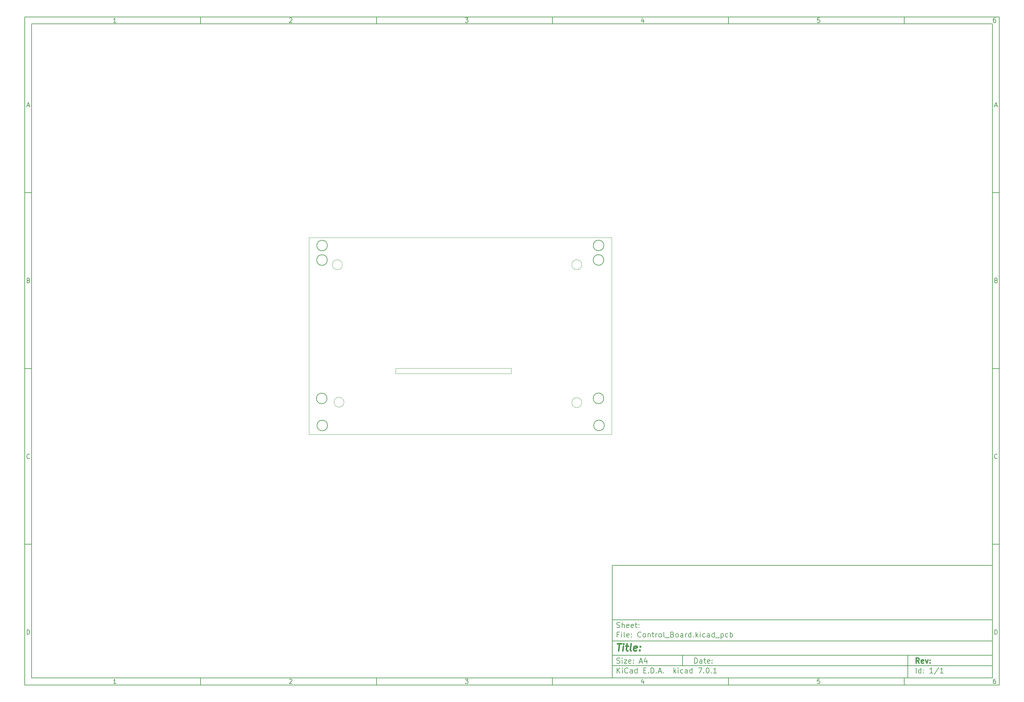
<source format=gbr>
%TF.GenerationSoftware,KiCad,Pcbnew,7.0.1*%
%TF.CreationDate,2023-09-27T13:27:15+00:00*%
%TF.ProjectId,Control_Board,436f6e74-726f-46c5-9f42-6f6172642e6b,rev?*%
%TF.SameCoordinates,Original*%
%TF.FileFunction,Profile,NP*%
%FSLAX45Y45*%
G04 Gerber Fmt 4.5, Leading zero omitted, Abs format (unit mm)*
G04 Created by KiCad (PCBNEW 7.0.1) date 2023-09-27 13:27:15*
%MOMM*%
%LPD*%
G01*
G04 APERTURE LIST*
%ADD10C,0.100000*%
%ADD11C,0.150000*%
%ADD12C,0.300000*%
%ADD13C,0.400000*%
%TA.AperFunction,Profile*%
%ADD14C,0.200000*%
%TD*%
%TA.AperFunction,Profile*%
%ADD15C,0.100000*%
%TD*%
G04 APERTURE END LIST*
D10*
D11*
X17700220Y-16600720D02*
X28500220Y-16600720D01*
X28500220Y-19800720D01*
X17700220Y-19800720D01*
X17700220Y-16600720D01*
D10*
D11*
X1000000Y-1000000D02*
X28700220Y-1000000D01*
X28700220Y-20000720D01*
X1000000Y-20000720D01*
X1000000Y-1000000D01*
D10*
D11*
X1200000Y-1200000D02*
X28500220Y-1200000D01*
X28500220Y-19800720D01*
X1200000Y-19800720D01*
X1200000Y-1200000D01*
D10*
D11*
X6000000Y-1200000D02*
X6000000Y-1000000D01*
D10*
D11*
X11000000Y-1200000D02*
X11000000Y-1000000D01*
D10*
D11*
X16000000Y-1200000D02*
X16000000Y-1000000D01*
D10*
D11*
X21000000Y-1200000D02*
X21000000Y-1000000D01*
D10*
D11*
X26000000Y-1200000D02*
X26000000Y-1000000D01*
D10*
D11*
X3599048Y-1160140D02*
X3524762Y-1160140D01*
X3561905Y-1160140D02*
X3561905Y-1030140D01*
X3561905Y-1030140D02*
X3549524Y-1048712D01*
X3549524Y-1048712D02*
X3537143Y-1061093D01*
X3537143Y-1061093D02*
X3524762Y-1067283D01*
D10*
D11*
X8524762Y-1042521D02*
X8530952Y-1036331D01*
X8530952Y-1036331D02*
X8543333Y-1030140D01*
X8543333Y-1030140D02*
X8574286Y-1030140D01*
X8574286Y-1030140D02*
X8586667Y-1036331D01*
X8586667Y-1036331D02*
X8592857Y-1042521D01*
X8592857Y-1042521D02*
X8599048Y-1054902D01*
X8599048Y-1054902D02*
X8599048Y-1067283D01*
X8599048Y-1067283D02*
X8592857Y-1085855D01*
X8592857Y-1085855D02*
X8518571Y-1160140D01*
X8518571Y-1160140D02*
X8599048Y-1160140D01*
D10*
D11*
X13518571Y-1030140D02*
X13599048Y-1030140D01*
X13599048Y-1030140D02*
X13555714Y-1079664D01*
X13555714Y-1079664D02*
X13574286Y-1079664D01*
X13574286Y-1079664D02*
X13586667Y-1085855D01*
X13586667Y-1085855D02*
X13592857Y-1092045D01*
X13592857Y-1092045D02*
X13599048Y-1104426D01*
X13599048Y-1104426D02*
X13599048Y-1135379D01*
X13599048Y-1135379D02*
X13592857Y-1147760D01*
X13592857Y-1147760D02*
X13586667Y-1153950D01*
X13586667Y-1153950D02*
X13574286Y-1160140D01*
X13574286Y-1160140D02*
X13537143Y-1160140D01*
X13537143Y-1160140D02*
X13524762Y-1153950D01*
X13524762Y-1153950D02*
X13518571Y-1147760D01*
D10*
D11*
X18586667Y-1073474D02*
X18586667Y-1160140D01*
X18555714Y-1023950D02*
X18524762Y-1116807D01*
X18524762Y-1116807D02*
X18605238Y-1116807D01*
D10*
D11*
X23592857Y-1030140D02*
X23530952Y-1030140D01*
X23530952Y-1030140D02*
X23524762Y-1092045D01*
X23524762Y-1092045D02*
X23530952Y-1085855D01*
X23530952Y-1085855D02*
X23543333Y-1079664D01*
X23543333Y-1079664D02*
X23574286Y-1079664D01*
X23574286Y-1079664D02*
X23586667Y-1085855D01*
X23586667Y-1085855D02*
X23592857Y-1092045D01*
X23592857Y-1092045D02*
X23599048Y-1104426D01*
X23599048Y-1104426D02*
X23599048Y-1135379D01*
X23599048Y-1135379D02*
X23592857Y-1147760D01*
X23592857Y-1147760D02*
X23586667Y-1153950D01*
X23586667Y-1153950D02*
X23574286Y-1160140D01*
X23574286Y-1160140D02*
X23543333Y-1160140D01*
X23543333Y-1160140D02*
X23530952Y-1153950D01*
X23530952Y-1153950D02*
X23524762Y-1147760D01*
D10*
D11*
X28586667Y-1030140D02*
X28561905Y-1030140D01*
X28561905Y-1030140D02*
X28549524Y-1036331D01*
X28549524Y-1036331D02*
X28543333Y-1042521D01*
X28543333Y-1042521D02*
X28530952Y-1061093D01*
X28530952Y-1061093D02*
X28524762Y-1085855D01*
X28524762Y-1085855D02*
X28524762Y-1135379D01*
X28524762Y-1135379D02*
X28530952Y-1147760D01*
X28530952Y-1147760D02*
X28537143Y-1153950D01*
X28537143Y-1153950D02*
X28549524Y-1160140D01*
X28549524Y-1160140D02*
X28574286Y-1160140D01*
X28574286Y-1160140D02*
X28586667Y-1153950D01*
X28586667Y-1153950D02*
X28592857Y-1147760D01*
X28592857Y-1147760D02*
X28599048Y-1135379D01*
X28599048Y-1135379D02*
X28599048Y-1104426D01*
X28599048Y-1104426D02*
X28592857Y-1092045D01*
X28592857Y-1092045D02*
X28586667Y-1085855D01*
X28586667Y-1085855D02*
X28574286Y-1079664D01*
X28574286Y-1079664D02*
X28549524Y-1079664D01*
X28549524Y-1079664D02*
X28537143Y-1085855D01*
X28537143Y-1085855D02*
X28530952Y-1092045D01*
X28530952Y-1092045D02*
X28524762Y-1104426D01*
D10*
D11*
X6000000Y-19800720D02*
X6000000Y-20000720D01*
D10*
D11*
X11000000Y-19800720D02*
X11000000Y-20000720D01*
D10*
D11*
X16000000Y-19800720D02*
X16000000Y-20000720D01*
D10*
D11*
X21000000Y-19800720D02*
X21000000Y-20000720D01*
D10*
D11*
X26000000Y-19800720D02*
X26000000Y-20000720D01*
D10*
D11*
X3599048Y-19960860D02*
X3524762Y-19960860D01*
X3561905Y-19960860D02*
X3561905Y-19830860D01*
X3561905Y-19830860D02*
X3549524Y-19849432D01*
X3549524Y-19849432D02*
X3537143Y-19861813D01*
X3537143Y-19861813D02*
X3524762Y-19868003D01*
D10*
D11*
X8524762Y-19843241D02*
X8530952Y-19837051D01*
X8530952Y-19837051D02*
X8543333Y-19830860D01*
X8543333Y-19830860D02*
X8574286Y-19830860D01*
X8574286Y-19830860D02*
X8586667Y-19837051D01*
X8586667Y-19837051D02*
X8592857Y-19843241D01*
X8592857Y-19843241D02*
X8599048Y-19855622D01*
X8599048Y-19855622D02*
X8599048Y-19868003D01*
X8599048Y-19868003D02*
X8592857Y-19886575D01*
X8592857Y-19886575D02*
X8518571Y-19960860D01*
X8518571Y-19960860D02*
X8599048Y-19960860D01*
D10*
D11*
X13518571Y-19830860D02*
X13599048Y-19830860D01*
X13599048Y-19830860D02*
X13555714Y-19880384D01*
X13555714Y-19880384D02*
X13574286Y-19880384D01*
X13574286Y-19880384D02*
X13586667Y-19886575D01*
X13586667Y-19886575D02*
X13592857Y-19892765D01*
X13592857Y-19892765D02*
X13599048Y-19905146D01*
X13599048Y-19905146D02*
X13599048Y-19936099D01*
X13599048Y-19936099D02*
X13592857Y-19948480D01*
X13592857Y-19948480D02*
X13586667Y-19954670D01*
X13586667Y-19954670D02*
X13574286Y-19960860D01*
X13574286Y-19960860D02*
X13537143Y-19960860D01*
X13537143Y-19960860D02*
X13524762Y-19954670D01*
X13524762Y-19954670D02*
X13518571Y-19948480D01*
D10*
D11*
X18586667Y-19874194D02*
X18586667Y-19960860D01*
X18555714Y-19824670D02*
X18524762Y-19917527D01*
X18524762Y-19917527D02*
X18605238Y-19917527D01*
D10*
D11*
X23592857Y-19830860D02*
X23530952Y-19830860D01*
X23530952Y-19830860D02*
X23524762Y-19892765D01*
X23524762Y-19892765D02*
X23530952Y-19886575D01*
X23530952Y-19886575D02*
X23543333Y-19880384D01*
X23543333Y-19880384D02*
X23574286Y-19880384D01*
X23574286Y-19880384D02*
X23586667Y-19886575D01*
X23586667Y-19886575D02*
X23592857Y-19892765D01*
X23592857Y-19892765D02*
X23599048Y-19905146D01*
X23599048Y-19905146D02*
X23599048Y-19936099D01*
X23599048Y-19936099D02*
X23592857Y-19948480D01*
X23592857Y-19948480D02*
X23586667Y-19954670D01*
X23586667Y-19954670D02*
X23574286Y-19960860D01*
X23574286Y-19960860D02*
X23543333Y-19960860D01*
X23543333Y-19960860D02*
X23530952Y-19954670D01*
X23530952Y-19954670D02*
X23524762Y-19948480D01*
D10*
D11*
X28586667Y-19830860D02*
X28561905Y-19830860D01*
X28561905Y-19830860D02*
X28549524Y-19837051D01*
X28549524Y-19837051D02*
X28543333Y-19843241D01*
X28543333Y-19843241D02*
X28530952Y-19861813D01*
X28530952Y-19861813D02*
X28524762Y-19886575D01*
X28524762Y-19886575D02*
X28524762Y-19936099D01*
X28524762Y-19936099D02*
X28530952Y-19948480D01*
X28530952Y-19948480D02*
X28537143Y-19954670D01*
X28537143Y-19954670D02*
X28549524Y-19960860D01*
X28549524Y-19960860D02*
X28574286Y-19960860D01*
X28574286Y-19960860D02*
X28586667Y-19954670D01*
X28586667Y-19954670D02*
X28592857Y-19948480D01*
X28592857Y-19948480D02*
X28599048Y-19936099D01*
X28599048Y-19936099D02*
X28599048Y-19905146D01*
X28599048Y-19905146D02*
X28592857Y-19892765D01*
X28592857Y-19892765D02*
X28586667Y-19886575D01*
X28586667Y-19886575D02*
X28574286Y-19880384D01*
X28574286Y-19880384D02*
X28549524Y-19880384D01*
X28549524Y-19880384D02*
X28537143Y-19886575D01*
X28537143Y-19886575D02*
X28530952Y-19892765D01*
X28530952Y-19892765D02*
X28524762Y-19905146D01*
D10*
D11*
X1000000Y-6000000D02*
X1200000Y-6000000D01*
D10*
D11*
X1000000Y-11000000D02*
X1200000Y-11000000D01*
D10*
D11*
X1000000Y-16000000D02*
X1200000Y-16000000D01*
D10*
D11*
X1069048Y-3522998D02*
X1130952Y-3522998D01*
X1056667Y-3560140D02*
X1100000Y-3430140D01*
X1100000Y-3430140D02*
X1143333Y-3560140D01*
D10*
D11*
X1109286Y-8492045D02*
X1127857Y-8498236D01*
X1127857Y-8498236D02*
X1134048Y-8504426D01*
X1134048Y-8504426D02*
X1140238Y-8516807D01*
X1140238Y-8516807D02*
X1140238Y-8535379D01*
X1140238Y-8535379D02*
X1134048Y-8547760D01*
X1134048Y-8547760D02*
X1127857Y-8553950D01*
X1127857Y-8553950D02*
X1115476Y-8560140D01*
X1115476Y-8560140D02*
X1065952Y-8560140D01*
X1065952Y-8560140D02*
X1065952Y-8430140D01*
X1065952Y-8430140D02*
X1109286Y-8430140D01*
X1109286Y-8430140D02*
X1121667Y-8436331D01*
X1121667Y-8436331D02*
X1127857Y-8442521D01*
X1127857Y-8442521D02*
X1134048Y-8454902D01*
X1134048Y-8454902D02*
X1134048Y-8467283D01*
X1134048Y-8467283D02*
X1127857Y-8479664D01*
X1127857Y-8479664D02*
X1121667Y-8485855D01*
X1121667Y-8485855D02*
X1109286Y-8492045D01*
X1109286Y-8492045D02*
X1065952Y-8492045D01*
D10*
D11*
X1140238Y-13547759D02*
X1134048Y-13553950D01*
X1134048Y-13553950D02*
X1115476Y-13560140D01*
X1115476Y-13560140D02*
X1103095Y-13560140D01*
X1103095Y-13560140D02*
X1084524Y-13553950D01*
X1084524Y-13553950D02*
X1072143Y-13541569D01*
X1072143Y-13541569D02*
X1065952Y-13529188D01*
X1065952Y-13529188D02*
X1059762Y-13504426D01*
X1059762Y-13504426D02*
X1059762Y-13485855D01*
X1059762Y-13485855D02*
X1065952Y-13461093D01*
X1065952Y-13461093D02*
X1072143Y-13448712D01*
X1072143Y-13448712D02*
X1084524Y-13436331D01*
X1084524Y-13436331D02*
X1103095Y-13430140D01*
X1103095Y-13430140D02*
X1115476Y-13430140D01*
X1115476Y-13430140D02*
X1134048Y-13436331D01*
X1134048Y-13436331D02*
X1140238Y-13442521D01*
D10*
D11*
X1065952Y-18560140D02*
X1065952Y-18430140D01*
X1065952Y-18430140D02*
X1096905Y-18430140D01*
X1096905Y-18430140D02*
X1115476Y-18436331D01*
X1115476Y-18436331D02*
X1127857Y-18448712D01*
X1127857Y-18448712D02*
X1134048Y-18461093D01*
X1134048Y-18461093D02*
X1140238Y-18485855D01*
X1140238Y-18485855D02*
X1140238Y-18504426D01*
X1140238Y-18504426D02*
X1134048Y-18529188D01*
X1134048Y-18529188D02*
X1127857Y-18541569D01*
X1127857Y-18541569D02*
X1115476Y-18553950D01*
X1115476Y-18553950D02*
X1096905Y-18560140D01*
X1096905Y-18560140D02*
X1065952Y-18560140D01*
D10*
D11*
X28700220Y-6000000D02*
X28500220Y-6000000D01*
D10*
D11*
X28700220Y-11000000D02*
X28500220Y-11000000D01*
D10*
D11*
X28700220Y-16000000D02*
X28500220Y-16000000D01*
D10*
D11*
X28569268Y-3522998D02*
X28631172Y-3522998D01*
X28556887Y-3560140D02*
X28600220Y-3430140D01*
X28600220Y-3430140D02*
X28643553Y-3560140D01*
D10*
D11*
X28609506Y-8492045D02*
X28628077Y-8498236D01*
X28628077Y-8498236D02*
X28634268Y-8504426D01*
X28634268Y-8504426D02*
X28640458Y-8516807D01*
X28640458Y-8516807D02*
X28640458Y-8535379D01*
X28640458Y-8535379D02*
X28634268Y-8547760D01*
X28634268Y-8547760D02*
X28628077Y-8553950D01*
X28628077Y-8553950D02*
X28615696Y-8560140D01*
X28615696Y-8560140D02*
X28566172Y-8560140D01*
X28566172Y-8560140D02*
X28566172Y-8430140D01*
X28566172Y-8430140D02*
X28609506Y-8430140D01*
X28609506Y-8430140D02*
X28621887Y-8436331D01*
X28621887Y-8436331D02*
X28628077Y-8442521D01*
X28628077Y-8442521D02*
X28634268Y-8454902D01*
X28634268Y-8454902D02*
X28634268Y-8467283D01*
X28634268Y-8467283D02*
X28628077Y-8479664D01*
X28628077Y-8479664D02*
X28621887Y-8485855D01*
X28621887Y-8485855D02*
X28609506Y-8492045D01*
X28609506Y-8492045D02*
X28566172Y-8492045D01*
D10*
D11*
X28640458Y-13547759D02*
X28634268Y-13553950D01*
X28634268Y-13553950D02*
X28615696Y-13560140D01*
X28615696Y-13560140D02*
X28603315Y-13560140D01*
X28603315Y-13560140D02*
X28584744Y-13553950D01*
X28584744Y-13553950D02*
X28572363Y-13541569D01*
X28572363Y-13541569D02*
X28566172Y-13529188D01*
X28566172Y-13529188D02*
X28559982Y-13504426D01*
X28559982Y-13504426D02*
X28559982Y-13485855D01*
X28559982Y-13485855D02*
X28566172Y-13461093D01*
X28566172Y-13461093D02*
X28572363Y-13448712D01*
X28572363Y-13448712D02*
X28584744Y-13436331D01*
X28584744Y-13436331D02*
X28603315Y-13430140D01*
X28603315Y-13430140D02*
X28615696Y-13430140D01*
X28615696Y-13430140D02*
X28634268Y-13436331D01*
X28634268Y-13436331D02*
X28640458Y-13442521D01*
D10*
D11*
X28566172Y-18560140D02*
X28566172Y-18430140D01*
X28566172Y-18430140D02*
X28597125Y-18430140D01*
X28597125Y-18430140D02*
X28615696Y-18436331D01*
X28615696Y-18436331D02*
X28628077Y-18448712D01*
X28628077Y-18448712D02*
X28634268Y-18461093D01*
X28634268Y-18461093D02*
X28640458Y-18485855D01*
X28640458Y-18485855D02*
X28640458Y-18504426D01*
X28640458Y-18504426D02*
X28634268Y-18529188D01*
X28634268Y-18529188D02*
X28628077Y-18541569D01*
X28628077Y-18541569D02*
X28615696Y-18553950D01*
X28615696Y-18553950D02*
X28597125Y-18560140D01*
X28597125Y-18560140D02*
X28566172Y-18560140D01*
D10*
D11*
X20035934Y-19380113D02*
X20035934Y-19230113D01*
X20035934Y-19230113D02*
X20071649Y-19230113D01*
X20071649Y-19230113D02*
X20093077Y-19237256D01*
X20093077Y-19237256D02*
X20107363Y-19251541D01*
X20107363Y-19251541D02*
X20114506Y-19265827D01*
X20114506Y-19265827D02*
X20121649Y-19294399D01*
X20121649Y-19294399D02*
X20121649Y-19315827D01*
X20121649Y-19315827D02*
X20114506Y-19344399D01*
X20114506Y-19344399D02*
X20107363Y-19358684D01*
X20107363Y-19358684D02*
X20093077Y-19372970D01*
X20093077Y-19372970D02*
X20071649Y-19380113D01*
X20071649Y-19380113D02*
X20035934Y-19380113D01*
X20250220Y-19380113D02*
X20250220Y-19301541D01*
X20250220Y-19301541D02*
X20243077Y-19287256D01*
X20243077Y-19287256D02*
X20228791Y-19280113D01*
X20228791Y-19280113D02*
X20200220Y-19280113D01*
X20200220Y-19280113D02*
X20185934Y-19287256D01*
X20250220Y-19372970D02*
X20235934Y-19380113D01*
X20235934Y-19380113D02*
X20200220Y-19380113D01*
X20200220Y-19380113D02*
X20185934Y-19372970D01*
X20185934Y-19372970D02*
X20178791Y-19358684D01*
X20178791Y-19358684D02*
X20178791Y-19344399D01*
X20178791Y-19344399D02*
X20185934Y-19330113D01*
X20185934Y-19330113D02*
X20200220Y-19322970D01*
X20200220Y-19322970D02*
X20235934Y-19322970D01*
X20235934Y-19322970D02*
X20250220Y-19315827D01*
X20300220Y-19280113D02*
X20357363Y-19280113D01*
X20321649Y-19230113D02*
X20321649Y-19358684D01*
X20321649Y-19358684D02*
X20328791Y-19372970D01*
X20328791Y-19372970D02*
X20343077Y-19380113D01*
X20343077Y-19380113D02*
X20357363Y-19380113D01*
X20464506Y-19372970D02*
X20450220Y-19380113D01*
X20450220Y-19380113D02*
X20421649Y-19380113D01*
X20421649Y-19380113D02*
X20407363Y-19372970D01*
X20407363Y-19372970D02*
X20400220Y-19358684D01*
X20400220Y-19358684D02*
X20400220Y-19301541D01*
X20400220Y-19301541D02*
X20407363Y-19287256D01*
X20407363Y-19287256D02*
X20421649Y-19280113D01*
X20421649Y-19280113D02*
X20450220Y-19280113D01*
X20450220Y-19280113D02*
X20464506Y-19287256D01*
X20464506Y-19287256D02*
X20471649Y-19301541D01*
X20471649Y-19301541D02*
X20471649Y-19315827D01*
X20471649Y-19315827D02*
X20400220Y-19330113D01*
X20535934Y-19365827D02*
X20543077Y-19372970D01*
X20543077Y-19372970D02*
X20535934Y-19380113D01*
X20535934Y-19380113D02*
X20528791Y-19372970D01*
X20528791Y-19372970D02*
X20535934Y-19365827D01*
X20535934Y-19365827D02*
X20535934Y-19380113D01*
X20535934Y-19287256D02*
X20543077Y-19294399D01*
X20543077Y-19294399D02*
X20535934Y-19301541D01*
X20535934Y-19301541D02*
X20528791Y-19294399D01*
X20528791Y-19294399D02*
X20535934Y-19287256D01*
X20535934Y-19287256D02*
X20535934Y-19301541D01*
D10*
D11*
X17700220Y-19450720D02*
X28500220Y-19450720D01*
D10*
D11*
X17835934Y-19660113D02*
X17835934Y-19510113D01*
X17921649Y-19660113D02*
X17857363Y-19574399D01*
X17921649Y-19510113D02*
X17835934Y-19595827D01*
X17985934Y-19660113D02*
X17985934Y-19560113D01*
X17985934Y-19510113D02*
X17978791Y-19517256D01*
X17978791Y-19517256D02*
X17985934Y-19524399D01*
X17985934Y-19524399D02*
X17993077Y-19517256D01*
X17993077Y-19517256D02*
X17985934Y-19510113D01*
X17985934Y-19510113D02*
X17985934Y-19524399D01*
X18143077Y-19645827D02*
X18135934Y-19652970D01*
X18135934Y-19652970D02*
X18114506Y-19660113D01*
X18114506Y-19660113D02*
X18100220Y-19660113D01*
X18100220Y-19660113D02*
X18078791Y-19652970D01*
X18078791Y-19652970D02*
X18064506Y-19638684D01*
X18064506Y-19638684D02*
X18057363Y-19624399D01*
X18057363Y-19624399D02*
X18050220Y-19595827D01*
X18050220Y-19595827D02*
X18050220Y-19574399D01*
X18050220Y-19574399D02*
X18057363Y-19545827D01*
X18057363Y-19545827D02*
X18064506Y-19531541D01*
X18064506Y-19531541D02*
X18078791Y-19517256D01*
X18078791Y-19517256D02*
X18100220Y-19510113D01*
X18100220Y-19510113D02*
X18114506Y-19510113D01*
X18114506Y-19510113D02*
X18135934Y-19517256D01*
X18135934Y-19517256D02*
X18143077Y-19524399D01*
X18271649Y-19660113D02*
X18271649Y-19581541D01*
X18271649Y-19581541D02*
X18264506Y-19567256D01*
X18264506Y-19567256D02*
X18250220Y-19560113D01*
X18250220Y-19560113D02*
X18221649Y-19560113D01*
X18221649Y-19560113D02*
X18207363Y-19567256D01*
X18271649Y-19652970D02*
X18257363Y-19660113D01*
X18257363Y-19660113D02*
X18221649Y-19660113D01*
X18221649Y-19660113D02*
X18207363Y-19652970D01*
X18207363Y-19652970D02*
X18200220Y-19638684D01*
X18200220Y-19638684D02*
X18200220Y-19624399D01*
X18200220Y-19624399D02*
X18207363Y-19610113D01*
X18207363Y-19610113D02*
X18221649Y-19602970D01*
X18221649Y-19602970D02*
X18257363Y-19602970D01*
X18257363Y-19602970D02*
X18271649Y-19595827D01*
X18407363Y-19660113D02*
X18407363Y-19510113D01*
X18407363Y-19652970D02*
X18393077Y-19660113D01*
X18393077Y-19660113D02*
X18364506Y-19660113D01*
X18364506Y-19660113D02*
X18350220Y-19652970D01*
X18350220Y-19652970D02*
X18343077Y-19645827D01*
X18343077Y-19645827D02*
X18335934Y-19631541D01*
X18335934Y-19631541D02*
X18335934Y-19588684D01*
X18335934Y-19588684D02*
X18343077Y-19574399D01*
X18343077Y-19574399D02*
X18350220Y-19567256D01*
X18350220Y-19567256D02*
X18364506Y-19560113D01*
X18364506Y-19560113D02*
X18393077Y-19560113D01*
X18393077Y-19560113D02*
X18407363Y-19567256D01*
X18593077Y-19581541D02*
X18643077Y-19581541D01*
X18664506Y-19660113D02*
X18593077Y-19660113D01*
X18593077Y-19660113D02*
X18593077Y-19510113D01*
X18593077Y-19510113D02*
X18664506Y-19510113D01*
X18728791Y-19645827D02*
X18735934Y-19652970D01*
X18735934Y-19652970D02*
X18728791Y-19660113D01*
X18728791Y-19660113D02*
X18721649Y-19652970D01*
X18721649Y-19652970D02*
X18728791Y-19645827D01*
X18728791Y-19645827D02*
X18728791Y-19660113D01*
X18800220Y-19660113D02*
X18800220Y-19510113D01*
X18800220Y-19510113D02*
X18835934Y-19510113D01*
X18835934Y-19510113D02*
X18857363Y-19517256D01*
X18857363Y-19517256D02*
X18871649Y-19531541D01*
X18871649Y-19531541D02*
X18878792Y-19545827D01*
X18878792Y-19545827D02*
X18885934Y-19574399D01*
X18885934Y-19574399D02*
X18885934Y-19595827D01*
X18885934Y-19595827D02*
X18878792Y-19624399D01*
X18878792Y-19624399D02*
X18871649Y-19638684D01*
X18871649Y-19638684D02*
X18857363Y-19652970D01*
X18857363Y-19652970D02*
X18835934Y-19660113D01*
X18835934Y-19660113D02*
X18800220Y-19660113D01*
X18950220Y-19645827D02*
X18957363Y-19652970D01*
X18957363Y-19652970D02*
X18950220Y-19660113D01*
X18950220Y-19660113D02*
X18943077Y-19652970D01*
X18943077Y-19652970D02*
X18950220Y-19645827D01*
X18950220Y-19645827D02*
X18950220Y-19660113D01*
X19014506Y-19617256D02*
X19085934Y-19617256D01*
X19000220Y-19660113D02*
X19050220Y-19510113D01*
X19050220Y-19510113D02*
X19100220Y-19660113D01*
X19150220Y-19645827D02*
X19157363Y-19652970D01*
X19157363Y-19652970D02*
X19150220Y-19660113D01*
X19150220Y-19660113D02*
X19143077Y-19652970D01*
X19143077Y-19652970D02*
X19150220Y-19645827D01*
X19150220Y-19645827D02*
X19150220Y-19660113D01*
X19450220Y-19660113D02*
X19450220Y-19510113D01*
X19464506Y-19602970D02*
X19507363Y-19660113D01*
X19507363Y-19560113D02*
X19450220Y-19617256D01*
X19571649Y-19660113D02*
X19571649Y-19560113D01*
X19571649Y-19510113D02*
X19564506Y-19517256D01*
X19564506Y-19517256D02*
X19571649Y-19524399D01*
X19571649Y-19524399D02*
X19578792Y-19517256D01*
X19578792Y-19517256D02*
X19571649Y-19510113D01*
X19571649Y-19510113D02*
X19571649Y-19524399D01*
X19707363Y-19652970D02*
X19693077Y-19660113D01*
X19693077Y-19660113D02*
X19664506Y-19660113D01*
X19664506Y-19660113D02*
X19650220Y-19652970D01*
X19650220Y-19652970D02*
X19643077Y-19645827D01*
X19643077Y-19645827D02*
X19635934Y-19631541D01*
X19635934Y-19631541D02*
X19635934Y-19588684D01*
X19635934Y-19588684D02*
X19643077Y-19574399D01*
X19643077Y-19574399D02*
X19650220Y-19567256D01*
X19650220Y-19567256D02*
X19664506Y-19560113D01*
X19664506Y-19560113D02*
X19693077Y-19560113D01*
X19693077Y-19560113D02*
X19707363Y-19567256D01*
X19835934Y-19660113D02*
X19835934Y-19581541D01*
X19835934Y-19581541D02*
X19828792Y-19567256D01*
X19828792Y-19567256D02*
X19814506Y-19560113D01*
X19814506Y-19560113D02*
X19785934Y-19560113D01*
X19785934Y-19560113D02*
X19771649Y-19567256D01*
X19835934Y-19652970D02*
X19821649Y-19660113D01*
X19821649Y-19660113D02*
X19785934Y-19660113D01*
X19785934Y-19660113D02*
X19771649Y-19652970D01*
X19771649Y-19652970D02*
X19764506Y-19638684D01*
X19764506Y-19638684D02*
X19764506Y-19624399D01*
X19764506Y-19624399D02*
X19771649Y-19610113D01*
X19771649Y-19610113D02*
X19785934Y-19602970D01*
X19785934Y-19602970D02*
X19821649Y-19602970D01*
X19821649Y-19602970D02*
X19835934Y-19595827D01*
X19971649Y-19660113D02*
X19971649Y-19510113D01*
X19971649Y-19652970D02*
X19957363Y-19660113D01*
X19957363Y-19660113D02*
X19928792Y-19660113D01*
X19928792Y-19660113D02*
X19914506Y-19652970D01*
X19914506Y-19652970D02*
X19907363Y-19645827D01*
X19907363Y-19645827D02*
X19900220Y-19631541D01*
X19900220Y-19631541D02*
X19900220Y-19588684D01*
X19900220Y-19588684D02*
X19907363Y-19574399D01*
X19907363Y-19574399D02*
X19914506Y-19567256D01*
X19914506Y-19567256D02*
X19928792Y-19560113D01*
X19928792Y-19560113D02*
X19957363Y-19560113D01*
X19957363Y-19560113D02*
X19971649Y-19567256D01*
X20143077Y-19510113D02*
X20243077Y-19510113D01*
X20243077Y-19510113D02*
X20178792Y-19660113D01*
X20300220Y-19645827D02*
X20307363Y-19652970D01*
X20307363Y-19652970D02*
X20300220Y-19660113D01*
X20300220Y-19660113D02*
X20293077Y-19652970D01*
X20293077Y-19652970D02*
X20300220Y-19645827D01*
X20300220Y-19645827D02*
X20300220Y-19660113D01*
X20400220Y-19510113D02*
X20414506Y-19510113D01*
X20414506Y-19510113D02*
X20428792Y-19517256D01*
X20428792Y-19517256D02*
X20435934Y-19524399D01*
X20435934Y-19524399D02*
X20443077Y-19538684D01*
X20443077Y-19538684D02*
X20450220Y-19567256D01*
X20450220Y-19567256D02*
X20450220Y-19602970D01*
X20450220Y-19602970D02*
X20443077Y-19631541D01*
X20443077Y-19631541D02*
X20435934Y-19645827D01*
X20435934Y-19645827D02*
X20428792Y-19652970D01*
X20428792Y-19652970D02*
X20414506Y-19660113D01*
X20414506Y-19660113D02*
X20400220Y-19660113D01*
X20400220Y-19660113D02*
X20385934Y-19652970D01*
X20385934Y-19652970D02*
X20378792Y-19645827D01*
X20378792Y-19645827D02*
X20371649Y-19631541D01*
X20371649Y-19631541D02*
X20364506Y-19602970D01*
X20364506Y-19602970D02*
X20364506Y-19567256D01*
X20364506Y-19567256D02*
X20371649Y-19538684D01*
X20371649Y-19538684D02*
X20378792Y-19524399D01*
X20378792Y-19524399D02*
X20385934Y-19517256D01*
X20385934Y-19517256D02*
X20400220Y-19510113D01*
X20514506Y-19645827D02*
X20521649Y-19652970D01*
X20521649Y-19652970D02*
X20514506Y-19660113D01*
X20514506Y-19660113D02*
X20507363Y-19652970D01*
X20507363Y-19652970D02*
X20514506Y-19645827D01*
X20514506Y-19645827D02*
X20514506Y-19660113D01*
X20664506Y-19660113D02*
X20578792Y-19660113D01*
X20621649Y-19660113D02*
X20621649Y-19510113D01*
X20621649Y-19510113D02*
X20607363Y-19531541D01*
X20607363Y-19531541D02*
X20593077Y-19545827D01*
X20593077Y-19545827D02*
X20578792Y-19552970D01*
D10*
D11*
X17700220Y-19150720D02*
X28500220Y-19150720D01*
D10*
D12*
X26421648Y-19380113D02*
X26371648Y-19308684D01*
X26335934Y-19380113D02*
X26335934Y-19230113D01*
X26335934Y-19230113D02*
X26393077Y-19230113D01*
X26393077Y-19230113D02*
X26407363Y-19237256D01*
X26407363Y-19237256D02*
X26414506Y-19244399D01*
X26414506Y-19244399D02*
X26421648Y-19258684D01*
X26421648Y-19258684D02*
X26421648Y-19280113D01*
X26421648Y-19280113D02*
X26414506Y-19294399D01*
X26414506Y-19294399D02*
X26407363Y-19301541D01*
X26407363Y-19301541D02*
X26393077Y-19308684D01*
X26393077Y-19308684D02*
X26335934Y-19308684D01*
X26543077Y-19372970D02*
X26528791Y-19380113D01*
X26528791Y-19380113D02*
X26500220Y-19380113D01*
X26500220Y-19380113D02*
X26485934Y-19372970D01*
X26485934Y-19372970D02*
X26478791Y-19358684D01*
X26478791Y-19358684D02*
X26478791Y-19301541D01*
X26478791Y-19301541D02*
X26485934Y-19287256D01*
X26485934Y-19287256D02*
X26500220Y-19280113D01*
X26500220Y-19280113D02*
X26528791Y-19280113D01*
X26528791Y-19280113D02*
X26543077Y-19287256D01*
X26543077Y-19287256D02*
X26550220Y-19301541D01*
X26550220Y-19301541D02*
X26550220Y-19315827D01*
X26550220Y-19315827D02*
X26478791Y-19330113D01*
X26600220Y-19280113D02*
X26635934Y-19380113D01*
X26635934Y-19380113D02*
X26671648Y-19280113D01*
X26728791Y-19365827D02*
X26735934Y-19372970D01*
X26735934Y-19372970D02*
X26728791Y-19380113D01*
X26728791Y-19380113D02*
X26721648Y-19372970D01*
X26721648Y-19372970D02*
X26728791Y-19365827D01*
X26728791Y-19365827D02*
X26728791Y-19380113D01*
X26728791Y-19287256D02*
X26735934Y-19294399D01*
X26735934Y-19294399D02*
X26728791Y-19301541D01*
X26728791Y-19301541D02*
X26721648Y-19294399D01*
X26721648Y-19294399D02*
X26728791Y-19287256D01*
X26728791Y-19287256D02*
X26728791Y-19301541D01*
D10*
D11*
X17828791Y-19372970D02*
X17850220Y-19380113D01*
X17850220Y-19380113D02*
X17885934Y-19380113D01*
X17885934Y-19380113D02*
X17900220Y-19372970D01*
X17900220Y-19372970D02*
X17907363Y-19365827D01*
X17907363Y-19365827D02*
X17914506Y-19351541D01*
X17914506Y-19351541D02*
X17914506Y-19337256D01*
X17914506Y-19337256D02*
X17907363Y-19322970D01*
X17907363Y-19322970D02*
X17900220Y-19315827D01*
X17900220Y-19315827D02*
X17885934Y-19308684D01*
X17885934Y-19308684D02*
X17857363Y-19301541D01*
X17857363Y-19301541D02*
X17843077Y-19294399D01*
X17843077Y-19294399D02*
X17835934Y-19287256D01*
X17835934Y-19287256D02*
X17828791Y-19272970D01*
X17828791Y-19272970D02*
X17828791Y-19258684D01*
X17828791Y-19258684D02*
X17835934Y-19244399D01*
X17835934Y-19244399D02*
X17843077Y-19237256D01*
X17843077Y-19237256D02*
X17857363Y-19230113D01*
X17857363Y-19230113D02*
X17893077Y-19230113D01*
X17893077Y-19230113D02*
X17914506Y-19237256D01*
X17978791Y-19380113D02*
X17978791Y-19280113D01*
X17978791Y-19230113D02*
X17971649Y-19237256D01*
X17971649Y-19237256D02*
X17978791Y-19244399D01*
X17978791Y-19244399D02*
X17985934Y-19237256D01*
X17985934Y-19237256D02*
X17978791Y-19230113D01*
X17978791Y-19230113D02*
X17978791Y-19244399D01*
X18035934Y-19280113D02*
X18114506Y-19280113D01*
X18114506Y-19280113D02*
X18035934Y-19380113D01*
X18035934Y-19380113D02*
X18114506Y-19380113D01*
X18228791Y-19372970D02*
X18214506Y-19380113D01*
X18214506Y-19380113D02*
X18185934Y-19380113D01*
X18185934Y-19380113D02*
X18171649Y-19372970D01*
X18171649Y-19372970D02*
X18164506Y-19358684D01*
X18164506Y-19358684D02*
X18164506Y-19301541D01*
X18164506Y-19301541D02*
X18171649Y-19287256D01*
X18171649Y-19287256D02*
X18185934Y-19280113D01*
X18185934Y-19280113D02*
X18214506Y-19280113D01*
X18214506Y-19280113D02*
X18228791Y-19287256D01*
X18228791Y-19287256D02*
X18235934Y-19301541D01*
X18235934Y-19301541D02*
X18235934Y-19315827D01*
X18235934Y-19315827D02*
X18164506Y-19330113D01*
X18300220Y-19365827D02*
X18307363Y-19372970D01*
X18307363Y-19372970D02*
X18300220Y-19380113D01*
X18300220Y-19380113D02*
X18293077Y-19372970D01*
X18293077Y-19372970D02*
X18300220Y-19365827D01*
X18300220Y-19365827D02*
X18300220Y-19380113D01*
X18300220Y-19287256D02*
X18307363Y-19294399D01*
X18307363Y-19294399D02*
X18300220Y-19301541D01*
X18300220Y-19301541D02*
X18293077Y-19294399D01*
X18293077Y-19294399D02*
X18300220Y-19287256D01*
X18300220Y-19287256D02*
X18300220Y-19301541D01*
X18478791Y-19337256D02*
X18550220Y-19337256D01*
X18464506Y-19380113D02*
X18514506Y-19230113D01*
X18514506Y-19230113D02*
X18564506Y-19380113D01*
X18678791Y-19280113D02*
X18678791Y-19380113D01*
X18643077Y-19222970D02*
X18607363Y-19330113D01*
X18607363Y-19330113D02*
X18700220Y-19330113D01*
D10*
D11*
X26335934Y-19660113D02*
X26335934Y-19510113D01*
X26471649Y-19660113D02*
X26471649Y-19510113D01*
X26471649Y-19652970D02*
X26457363Y-19660113D01*
X26457363Y-19660113D02*
X26428791Y-19660113D01*
X26428791Y-19660113D02*
X26414506Y-19652970D01*
X26414506Y-19652970D02*
X26407363Y-19645827D01*
X26407363Y-19645827D02*
X26400220Y-19631541D01*
X26400220Y-19631541D02*
X26400220Y-19588684D01*
X26400220Y-19588684D02*
X26407363Y-19574399D01*
X26407363Y-19574399D02*
X26414506Y-19567256D01*
X26414506Y-19567256D02*
X26428791Y-19560113D01*
X26428791Y-19560113D02*
X26457363Y-19560113D01*
X26457363Y-19560113D02*
X26471649Y-19567256D01*
X26543077Y-19645827D02*
X26550220Y-19652970D01*
X26550220Y-19652970D02*
X26543077Y-19660113D01*
X26543077Y-19660113D02*
X26535934Y-19652970D01*
X26535934Y-19652970D02*
X26543077Y-19645827D01*
X26543077Y-19645827D02*
X26543077Y-19660113D01*
X26543077Y-19567256D02*
X26550220Y-19574399D01*
X26550220Y-19574399D02*
X26543077Y-19581541D01*
X26543077Y-19581541D02*
X26535934Y-19574399D01*
X26535934Y-19574399D02*
X26543077Y-19567256D01*
X26543077Y-19567256D02*
X26543077Y-19581541D01*
X26807363Y-19660113D02*
X26721649Y-19660113D01*
X26764506Y-19660113D02*
X26764506Y-19510113D01*
X26764506Y-19510113D02*
X26750220Y-19531541D01*
X26750220Y-19531541D02*
X26735934Y-19545827D01*
X26735934Y-19545827D02*
X26721649Y-19552970D01*
X26978791Y-19502970D02*
X26850220Y-19695827D01*
X27107363Y-19660113D02*
X27021649Y-19660113D01*
X27064506Y-19660113D02*
X27064506Y-19510113D01*
X27064506Y-19510113D02*
X27050220Y-19531541D01*
X27050220Y-19531541D02*
X27035934Y-19545827D01*
X27035934Y-19545827D02*
X27021649Y-19552970D01*
D10*
D11*
X17700220Y-18750720D02*
X28500220Y-18750720D01*
D10*
D13*
X17843077Y-18823244D02*
X17957363Y-18823244D01*
X17875220Y-19023244D02*
X17900220Y-18823244D01*
X17997839Y-19023244D02*
X18014506Y-18889910D01*
X18022839Y-18823244D02*
X18012125Y-18832768D01*
X18012125Y-18832768D02*
X18020458Y-18842291D01*
X18020458Y-18842291D02*
X18031172Y-18832768D01*
X18031172Y-18832768D02*
X18022839Y-18823244D01*
X18022839Y-18823244D02*
X18020458Y-18842291D01*
X18079982Y-18889910D02*
X18156172Y-18889910D01*
X18116887Y-18823244D02*
X18095458Y-18994672D01*
X18095458Y-18994672D02*
X18102601Y-19013720D01*
X18102601Y-19013720D02*
X18120458Y-19023244D01*
X18120458Y-19023244D02*
X18139506Y-19023244D01*
X18233553Y-19023244D02*
X18215696Y-19013720D01*
X18215696Y-19013720D02*
X18208553Y-18994672D01*
X18208553Y-18994672D02*
X18229982Y-18823244D01*
X18385934Y-19013720D02*
X18365696Y-19023244D01*
X18365696Y-19023244D02*
X18327601Y-19023244D01*
X18327601Y-19023244D02*
X18309744Y-19013720D01*
X18309744Y-19013720D02*
X18302601Y-18994672D01*
X18302601Y-18994672D02*
X18312125Y-18918482D01*
X18312125Y-18918482D02*
X18324029Y-18899434D01*
X18324029Y-18899434D02*
X18344268Y-18889910D01*
X18344268Y-18889910D02*
X18382363Y-18889910D01*
X18382363Y-18889910D02*
X18400220Y-18899434D01*
X18400220Y-18899434D02*
X18407363Y-18918482D01*
X18407363Y-18918482D02*
X18404982Y-18937530D01*
X18404982Y-18937530D02*
X18307363Y-18956577D01*
X18481172Y-19004196D02*
X18489506Y-19013720D01*
X18489506Y-19013720D02*
X18478791Y-19023244D01*
X18478791Y-19023244D02*
X18470458Y-19013720D01*
X18470458Y-19013720D02*
X18481172Y-19004196D01*
X18481172Y-19004196D02*
X18478791Y-19023244D01*
X18494268Y-18899434D02*
X18502601Y-18908958D01*
X18502601Y-18908958D02*
X18491887Y-18918482D01*
X18491887Y-18918482D02*
X18483553Y-18908958D01*
X18483553Y-18908958D02*
X18494268Y-18899434D01*
X18494268Y-18899434D02*
X18491887Y-18918482D01*
D10*
D11*
X17885934Y-18561541D02*
X17835934Y-18561541D01*
X17835934Y-18640113D02*
X17835934Y-18490113D01*
X17835934Y-18490113D02*
X17907363Y-18490113D01*
X17964506Y-18640113D02*
X17964506Y-18540113D01*
X17964506Y-18490113D02*
X17957363Y-18497256D01*
X17957363Y-18497256D02*
X17964506Y-18504399D01*
X17964506Y-18504399D02*
X17971649Y-18497256D01*
X17971649Y-18497256D02*
X17964506Y-18490113D01*
X17964506Y-18490113D02*
X17964506Y-18504399D01*
X18057363Y-18640113D02*
X18043077Y-18632970D01*
X18043077Y-18632970D02*
X18035934Y-18618684D01*
X18035934Y-18618684D02*
X18035934Y-18490113D01*
X18171649Y-18632970D02*
X18157363Y-18640113D01*
X18157363Y-18640113D02*
X18128791Y-18640113D01*
X18128791Y-18640113D02*
X18114506Y-18632970D01*
X18114506Y-18632970D02*
X18107363Y-18618684D01*
X18107363Y-18618684D02*
X18107363Y-18561541D01*
X18107363Y-18561541D02*
X18114506Y-18547256D01*
X18114506Y-18547256D02*
X18128791Y-18540113D01*
X18128791Y-18540113D02*
X18157363Y-18540113D01*
X18157363Y-18540113D02*
X18171649Y-18547256D01*
X18171649Y-18547256D02*
X18178791Y-18561541D01*
X18178791Y-18561541D02*
X18178791Y-18575827D01*
X18178791Y-18575827D02*
X18107363Y-18590113D01*
X18243077Y-18625827D02*
X18250220Y-18632970D01*
X18250220Y-18632970D02*
X18243077Y-18640113D01*
X18243077Y-18640113D02*
X18235934Y-18632970D01*
X18235934Y-18632970D02*
X18243077Y-18625827D01*
X18243077Y-18625827D02*
X18243077Y-18640113D01*
X18243077Y-18547256D02*
X18250220Y-18554399D01*
X18250220Y-18554399D02*
X18243077Y-18561541D01*
X18243077Y-18561541D02*
X18235934Y-18554399D01*
X18235934Y-18554399D02*
X18243077Y-18547256D01*
X18243077Y-18547256D02*
X18243077Y-18561541D01*
X18514506Y-18625827D02*
X18507363Y-18632970D01*
X18507363Y-18632970D02*
X18485934Y-18640113D01*
X18485934Y-18640113D02*
X18471649Y-18640113D01*
X18471649Y-18640113D02*
X18450220Y-18632970D01*
X18450220Y-18632970D02*
X18435934Y-18618684D01*
X18435934Y-18618684D02*
X18428791Y-18604399D01*
X18428791Y-18604399D02*
X18421649Y-18575827D01*
X18421649Y-18575827D02*
X18421649Y-18554399D01*
X18421649Y-18554399D02*
X18428791Y-18525827D01*
X18428791Y-18525827D02*
X18435934Y-18511541D01*
X18435934Y-18511541D02*
X18450220Y-18497256D01*
X18450220Y-18497256D02*
X18471649Y-18490113D01*
X18471649Y-18490113D02*
X18485934Y-18490113D01*
X18485934Y-18490113D02*
X18507363Y-18497256D01*
X18507363Y-18497256D02*
X18514506Y-18504399D01*
X18600220Y-18640113D02*
X18585934Y-18632970D01*
X18585934Y-18632970D02*
X18578791Y-18625827D01*
X18578791Y-18625827D02*
X18571649Y-18611541D01*
X18571649Y-18611541D02*
X18571649Y-18568684D01*
X18571649Y-18568684D02*
X18578791Y-18554399D01*
X18578791Y-18554399D02*
X18585934Y-18547256D01*
X18585934Y-18547256D02*
X18600220Y-18540113D01*
X18600220Y-18540113D02*
X18621649Y-18540113D01*
X18621649Y-18540113D02*
X18635934Y-18547256D01*
X18635934Y-18547256D02*
X18643077Y-18554399D01*
X18643077Y-18554399D02*
X18650220Y-18568684D01*
X18650220Y-18568684D02*
X18650220Y-18611541D01*
X18650220Y-18611541D02*
X18643077Y-18625827D01*
X18643077Y-18625827D02*
X18635934Y-18632970D01*
X18635934Y-18632970D02*
X18621649Y-18640113D01*
X18621649Y-18640113D02*
X18600220Y-18640113D01*
X18714506Y-18540113D02*
X18714506Y-18640113D01*
X18714506Y-18554399D02*
X18721649Y-18547256D01*
X18721649Y-18547256D02*
X18735934Y-18540113D01*
X18735934Y-18540113D02*
X18757363Y-18540113D01*
X18757363Y-18540113D02*
X18771649Y-18547256D01*
X18771649Y-18547256D02*
X18778791Y-18561541D01*
X18778791Y-18561541D02*
X18778791Y-18640113D01*
X18828791Y-18540113D02*
X18885934Y-18540113D01*
X18850220Y-18490113D02*
X18850220Y-18618684D01*
X18850220Y-18618684D02*
X18857363Y-18632970D01*
X18857363Y-18632970D02*
X18871649Y-18640113D01*
X18871649Y-18640113D02*
X18885934Y-18640113D01*
X18935934Y-18640113D02*
X18935934Y-18540113D01*
X18935934Y-18568684D02*
X18943077Y-18554399D01*
X18943077Y-18554399D02*
X18950220Y-18547256D01*
X18950220Y-18547256D02*
X18964506Y-18540113D01*
X18964506Y-18540113D02*
X18978791Y-18540113D01*
X19050220Y-18640113D02*
X19035934Y-18632970D01*
X19035934Y-18632970D02*
X19028791Y-18625827D01*
X19028791Y-18625827D02*
X19021649Y-18611541D01*
X19021649Y-18611541D02*
X19021649Y-18568684D01*
X19021649Y-18568684D02*
X19028791Y-18554399D01*
X19028791Y-18554399D02*
X19035934Y-18547256D01*
X19035934Y-18547256D02*
X19050220Y-18540113D01*
X19050220Y-18540113D02*
X19071649Y-18540113D01*
X19071649Y-18540113D02*
X19085934Y-18547256D01*
X19085934Y-18547256D02*
X19093077Y-18554399D01*
X19093077Y-18554399D02*
X19100220Y-18568684D01*
X19100220Y-18568684D02*
X19100220Y-18611541D01*
X19100220Y-18611541D02*
X19093077Y-18625827D01*
X19093077Y-18625827D02*
X19085934Y-18632970D01*
X19085934Y-18632970D02*
X19071649Y-18640113D01*
X19071649Y-18640113D02*
X19050220Y-18640113D01*
X19185934Y-18640113D02*
X19171649Y-18632970D01*
X19171649Y-18632970D02*
X19164506Y-18618684D01*
X19164506Y-18618684D02*
X19164506Y-18490113D01*
X19207363Y-18654399D02*
X19321649Y-18654399D01*
X19407363Y-18561541D02*
X19428791Y-18568684D01*
X19428791Y-18568684D02*
X19435934Y-18575827D01*
X19435934Y-18575827D02*
X19443077Y-18590113D01*
X19443077Y-18590113D02*
X19443077Y-18611541D01*
X19443077Y-18611541D02*
X19435934Y-18625827D01*
X19435934Y-18625827D02*
X19428791Y-18632970D01*
X19428791Y-18632970D02*
X19414506Y-18640113D01*
X19414506Y-18640113D02*
X19357363Y-18640113D01*
X19357363Y-18640113D02*
X19357363Y-18490113D01*
X19357363Y-18490113D02*
X19407363Y-18490113D01*
X19407363Y-18490113D02*
X19421649Y-18497256D01*
X19421649Y-18497256D02*
X19428791Y-18504399D01*
X19428791Y-18504399D02*
X19435934Y-18518684D01*
X19435934Y-18518684D02*
X19435934Y-18532970D01*
X19435934Y-18532970D02*
X19428791Y-18547256D01*
X19428791Y-18547256D02*
X19421649Y-18554399D01*
X19421649Y-18554399D02*
X19407363Y-18561541D01*
X19407363Y-18561541D02*
X19357363Y-18561541D01*
X19528791Y-18640113D02*
X19514506Y-18632970D01*
X19514506Y-18632970D02*
X19507363Y-18625827D01*
X19507363Y-18625827D02*
X19500220Y-18611541D01*
X19500220Y-18611541D02*
X19500220Y-18568684D01*
X19500220Y-18568684D02*
X19507363Y-18554399D01*
X19507363Y-18554399D02*
X19514506Y-18547256D01*
X19514506Y-18547256D02*
X19528791Y-18540113D01*
X19528791Y-18540113D02*
X19550220Y-18540113D01*
X19550220Y-18540113D02*
X19564506Y-18547256D01*
X19564506Y-18547256D02*
X19571649Y-18554399D01*
X19571649Y-18554399D02*
X19578791Y-18568684D01*
X19578791Y-18568684D02*
X19578791Y-18611541D01*
X19578791Y-18611541D02*
X19571649Y-18625827D01*
X19571649Y-18625827D02*
X19564506Y-18632970D01*
X19564506Y-18632970D02*
X19550220Y-18640113D01*
X19550220Y-18640113D02*
X19528791Y-18640113D01*
X19707363Y-18640113D02*
X19707363Y-18561541D01*
X19707363Y-18561541D02*
X19700220Y-18547256D01*
X19700220Y-18547256D02*
X19685934Y-18540113D01*
X19685934Y-18540113D02*
X19657363Y-18540113D01*
X19657363Y-18540113D02*
X19643077Y-18547256D01*
X19707363Y-18632970D02*
X19693077Y-18640113D01*
X19693077Y-18640113D02*
X19657363Y-18640113D01*
X19657363Y-18640113D02*
X19643077Y-18632970D01*
X19643077Y-18632970D02*
X19635934Y-18618684D01*
X19635934Y-18618684D02*
X19635934Y-18604399D01*
X19635934Y-18604399D02*
X19643077Y-18590113D01*
X19643077Y-18590113D02*
X19657363Y-18582970D01*
X19657363Y-18582970D02*
X19693077Y-18582970D01*
X19693077Y-18582970D02*
X19707363Y-18575827D01*
X19778791Y-18640113D02*
X19778791Y-18540113D01*
X19778791Y-18568684D02*
X19785934Y-18554399D01*
X19785934Y-18554399D02*
X19793077Y-18547256D01*
X19793077Y-18547256D02*
X19807363Y-18540113D01*
X19807363Y-18540113D02*
X19821649Y-18540113D01*
X19935934Y-18640113D02*
X19935934Y-18490113D01*
X19935934Y-18632970D02*
X19921648Y-18640113D01*
X19921648Y-18640113D02*
X19893077Y-18640113D01*
X19893077Y-18640113D02*
X19878791Y-18632970D01*
X19878791Y-18632970D02*
X19871648Y-18625827D01*
X19871648Y-18625827D02*
X19864506Y-18611541D01*
X19864506Y-18611541D02*
X19864506Y-18568684D01*
X19864506Y-18568684D02*
X19871648Y-18554399D01*
X19871648Y-18554399D02*
X19878791Y-18547256D01*
X19878791Y-18547256D02*
X19893077Y-18540113D01*
X19893077Y-18540113D02*
X19921648Y-18540113D01*
X19921648Y-18540113D02*
X19935934Y-18547256D01*
X20007363Y-18625827D02*
X20014506Y-18632970D01*
X20014506Y-18632970D02*
X20007363Y-18640113D01*
X20007363Y-18640113D02*
X20000220Y-18632970D01*
X20000220Y-18632970D02*
X20007363Y-18625827D01*
X20007363Y-18625827D02*
X20007363Y-18640113D01*
X20078791Y-18640113D02*
X20078791Y-18490113D01*
X20093077Y-18582970D02*
X20135934Y-18640113D01*
X20135934Y-18540113D02*
X20078791Y-18597256D01*
X20200220Y-18640113D02*
X20200220Y-18540113D01*
X20200220Y-18490113D02*
X20193077Y-18497256D01*
X20193077Y-18497256D02*
X20200220Y-18504399D01*
X20200220Y-18504399D02*
X20207363Y-18497256D01*
X20207363Y-18497256D02*
X20200220Y-18490113D01*
X20200220Y-18490113D02*
X20200220Y-18504399D01*
X20335934Y-18632970D02*
X20321649Y-18640113D01*
X20321649Y-18640113D02*
X20293077Y-18640113D01*
X20293077Y-18640113D02*
X20278791Y-18632970D01*
X20278791Y-18632970D02*
X20271649Y-18625827D01*
X20271649Y-18625827D02*
X20264506Y-18611541D01*
X20264506Y-18611541D02*
X20264506Y-18568684D01*
X20264506Y-18568684D02*
X20271649Y-18554399D01*
X20271649Y-18554399D02*
X20278791Y-18547256D01*
X20278791Y-18547256D02*
X20293077Y-18540113D01*
X20293077Y-18540113D02*
X20321649Y-18540113D01*
X20321649Y-18540113D02*
X20335934Y-18547256D01*
X20464506Y-18640113D02*
X20464506Y-18561541D01*
X20464506Y-18561541D02*
X20457363Y-18547256D01*
X20457363Y-18547256D02*
X20443077Y-18540113D01*
X20443077Y-18540113D02*
X20414506Y-18540113D01*
X20414506Y-18540113D02*
X20400220Y-18547256D01*
X20464506Y-18632970D02*
X20450220Y-18640113D01*
X20450220Y-18640113D02*
X20414506Y-18640113D01*
X20414506Y-18640113D02*
X20400220Y-18632970D01*
X20400220Y-18632970D02*
X20393077Y-18618684D01*
X20393077Y-18618684D02*
X20393077Y-18604399D01*
X20393077Y-18604399D02*
X20400220Y-18590113D01*
X20400220Y-18590113D02*
X20414506Y-18582970D01*
X20414506Y-18582970D02*
X20450220Y-18582970D01*
X20450220Y-18582970D02*
X20464506Y-18575827D01*
X20600220Y-18640113D02*
X20600220Y-18490113D01*
X20600220Y-18632970D02*
X20585934Y-18640113D01*
X20585934Y-18640113D02*
X20557363Y-18640113D01*
X20557363Y-18640113D02*
X20543077Y-18632970D01*
X20543077Y-18632970D02*
X20535934Y-18625827D01*
X20535934Y-18625827D02*
X20528791Y-18611541D01*
X20528791Y-18611541D02*
X20528791Y-18568684D01*
X20528791Y-18568684D02*
X20535934Y-18554399D01*
X20535934Y-18554399D02*
X20543077Y-18547256D01*
X20543077Y-18547256D02*
X20557363Y-18540113D01*
X20557363Y-18540113D02*
X20585934Y-18540113D01*
X20585934Y-18540113D02*
X20600220Y-18547256D01*
X20635934Y-18654399D02*
X20750220Y-18654399D01*
X20785934Y-18540113D02*
X20785934Y-18690113D01*
X20785934Y-18547256D02*
X20800220Y-18540113D01*
X20800220Y-18540113D02*
X20828791Y-18540113D01*
X20828791Y-18540113D02*
X20843077Y-18547256D01*
X20843077Y-18547256D02*
X20850220Y-18554399D01*
X20850220Y-18554399D02*
X20857363Y-18568684D01*
X20857363Y-18568684D02*
X20857363Y-18611541D01*
X20857363Y-18611541D02*
X20850220Y-18625827D01*
X20850220Y-18625827D02*
X20843077Y-18632970D01*
X20843077Y-18632970D02*
X20828791Y-18640113D01*
X20828791Y-18640113D02*
X20800220Y-18640113D01*
X20800220Y-18640113D02*
X20785934Y-18632970D01*
X20985934Y-18632970D02*
X20971649Y-18640113D01*
X20971649Y-18640113D02*
X20943077Y-18640113D01*
X20943077Y-18640113D02*
X20928791Y-18632970D01*
X20928791Y-18632970D02*
X20921649Y-18625827D01*
X20921649Y-18625827D02*
X20914506Y-18611541D01*
X20914506Y-18611541D02*
X20914506Y-18568684D01*
X20914506Y-18568684D02*
X20921649Y-18554399D01*
X20921649Y-18554399D02*
X20928791Y-18547256D01*
X20928791Y-18547256D02*
X20943077Y-18540113D01*
X20943077Y-18540113D02*
X20971649Y-18540113D01*
X20971649Y-18540113D02*
X20985934Y-18547256D01*
X21050220Y-18640113D02*
X21050220Y-18490113D01*
X21050220Y-18547256D02*
X21064506Y-18540113D01*
X21064506Y-18540113D02*
X21093077Y-18540113D01*
X21093077Y-18540113D02*
X21107363Y-18547256D01*
X21107363Y-18547256D02*
X21114506Y-18554399D01*
X21114506Y-18554399D02*
X21121649Y-18568684D01*
X21121649Y-18568684D02*
X21121649Y-18611541D01*
X21121649Y-18611541D02*
X21114506Y-18625827D01*
X21114506Y-18625827D02*
X21107363Y-18632970D01*
X21107363Y-18632970D02*
X21093077Y-18640113D01*
X21093077Y-18640113D02*
X21064506Y-18640113D01*
X21064506Y-18640113D02*
X21050220Y-18632970D01*
D10*
D11*
X17700220Y-18150720D02*
X28500220Y-18150720D01*
D10*
D11*
X17828791Y-18362970D02*
X17850220Y-18370113D01*
X17850220Y-18370113D02*
X17885934Y-18370113D01*
X17885934Y-18370113D02*
X17900220Y-18362970D01*
X17900220Y-18362970D02*
X17907363Y-18355827D01*
X17907363Y-18355827D02*
X17914506Y-18341541D01*
X17914506Y-18341541D02*
X17914506Y-18327256D01*
X17914506Y-18327256D02*
X17907363Y-18312970D01*
X17907363Y-18312970D02*
X17900220Y-18305827D01*
X17900220Y-18305827D02*
X17885934Y-18298684D01*
X17885934Y-18298684D02*
X17857363Y-18291541D01*
X17857363Y-18291541D02*
X17843077Y-18284399D01*
X17843077Y-18284399D02*
X17835934Y-18277256D01*
X17835934Y-18277256D02*
X17828791Y-18262970D01*
X17828791Y-18262970D02*
X17828791Y-18248684D01*
X17828791Y-18248684D02*
X17835934Y-18234399D01*
X17835934Y-18234399D02*
X17843077Y-18227256D01*
X17843077Y-18227256D02*
X17857363Y-18220113D01*
X17857363Y-18220113D02*
X17893077Y-18220113D01*
X17893077Y-18220113D02*
X17914506Y-18227256D01*
X17978791Y-18370113D02*
X17978791Y-18220113D01*
X18043077Y-18370113D02*
X18043077Y-18291541D01*
X18043077Y-18291541D02*
X18035934Y-18277256D01*
X18035934Y-18277256D02*
X18021649Y-18270113D01*
X18021649Y-18270113D02*
X18000220Y-18270113D01*
X18000220Y-18270113D02*
X17985934Y-18277256D01*
X17985934Y-18277256D02*
X17978791Y-18284399D01*
X18171649Y-18362970D02*
X18157363Y-18370113D01*
X18157363Y-18370113D02*
X18128791Y-18370113D01*
X18128791Y-18370113D02*
X18114506Y-18362970D01*
X18114506Y-18362970D02*
X18107363Y-18348684D01*
X18107363Y-18348684D02*
X18107363Y-18291541D01*
X18107363Y-18291541D02*
X18114506Y-18277256D01*
X18114506Y-18277256D02*
X18128791Y-18270113D01*
X18128791Y-18270113D02*
X18157363Y-18270113D01*
X18157363Y-18270113D02*
X18171649Y-18277256D01*
X18171649Y-18277256D02*
X18178791Y-18291541D01*
X18178791Y-18291541D02*
X18178791Y-18305827D01*
X18178791Y-18305827D02*
X18107363Y-18320113D01*
X18300220Y-18362970D02*
X18285934Y-18370113D01*
X18285934Y-18370113D02*
X18257363Y-18370113D01*
X18257363Y-18370113D02*
X18243077Y-18362970D01*
X18243077Y-18362970D02*
X18235934Y-18348684D01*
X18235934Y-18348684D02*
X18235934Y-18291541D01*
X18235934Y-18291541D02*
X18243077Y-18277256D01*
X18243077Y-18277256D02*
X18257363Y-18270113D01*
X18257363Y-18270113D02*
X18285934Y-18270113D01*
X18285934Y-18270113D02*
X18300220Y-18277256D01*
X18300220Y-18277256D02*
X18307363Y-18291541D01*
X18307363Y-18291541D02*
X18307363Y-18305827D01*
X18307363Y-18305827D02*
X18235934Y-18320113D01*
X18350220Y-18270113D02*
X18407363Y-18270113D01*
X18371648Y-18220113D02*
X18371648Y-18348684D01*
X18371648Y-18348684D02*
X18378791Y-18362970D01*
X18378791Y-18362970D02*
X18393077Y-18370113D01*
X18393077Y-18370113D02*
X18407363Y-18370113D01*
X18457363Y-18355827D02*
X18464506Y-18362970D01*
X18464506Y-18362970D02*
X18457363Y-18370113D01*
X18457363Y-18370113D02*
X18450220Y-18362970D01*
X18450220Y-18362970D02*
X18457363Y-18355827D01*
X18457363Y-18355827D02*
X18457363Y-18370113D01*
X18457363Y-18277256D02*
X18464506Y-18284399D01*
X18464506Y-18284399D02*
X18457363Y-18291541D01*
X18457363Y-18291541D02*
X18450220Y-18284399D01*
X18450220Y-18284399D02*
X18457363Y-18277256D01*
X18457363Y-18277256D02*
X18457363Y-18291541D01*
D10*
D12*
D10*
D11*
D10*
D11*
D10*
D11*
D10*
D11*
D10*
D11*
X19700220Y-19150720D02*
X19700220Y-19450720D01*
D10*
D11*
X26100220Y-19150720D02*
X26100220Y-19800720D01*
D14*
X17458041Y-7912500D02*
G75*
G03*
X17458041Y-7912500I-150541J0D01*
G01*
D15*
X16832500Y-8047000D02*
G75*
G03*
X16832500Y-8047000I-141532J0D01*
G01*
X10029032Y-8047000D02*
G75*
G03*
X10029032Y-8047000I-141532J0D01*
G01*
D14*
X9592500Y-11850000D02*
G75*
G03*
X9592500Y-11850000I-150541J0D01*
G01*
X17460541Y-7499459D02*
G75*
G03*
X17460541Y-7499459I-150541J0D01*
G01*
X9600541Y-7915000D02*
G75*
G03*
X9600541Y-7915000I-150541J0D01*
G01*
X17458041Y-11847500D02*
G75*
G03*
X17458041Y-11847500I-150541J0D01*
G01*
D15*
X10075000Y-11957000D02*
G75*
G03*
X10075000Y-11957000I-141532J0D01*
G01*
D14*
X17473041Y-12616959D02*
G75*
G03*
X17473041Y-12616959I-150541J0D01*
G01*
D15*
X11542500Y-10990000D02*
X14832500Y-10990000D01*
X14832500Y-11145000D01*
X11542500Y-11145000D01*
X11542500Y-10990000D01*
D14*
X9607500Y-12619459D02*
G75*
G03*
X9607500Y-12619459I-150541J0D01*
G01*
D15*
X16833000Y-11969500D02*
G75*
G03*
X16833000Y-11969500I-141532J0D01*
G01*
D14*
X9603041Y-7501959D02*
G75*
G03*
X9603041Y-7501959I-150541J0D01*
G01*
D15*
X9083000Y-7272500D02*
X17678500Y-7272500D01*
X17678500Y-12870500D01*
X9083000Y-12870500D01*
X9083000Y-7272500D01*
M02*

</source>
